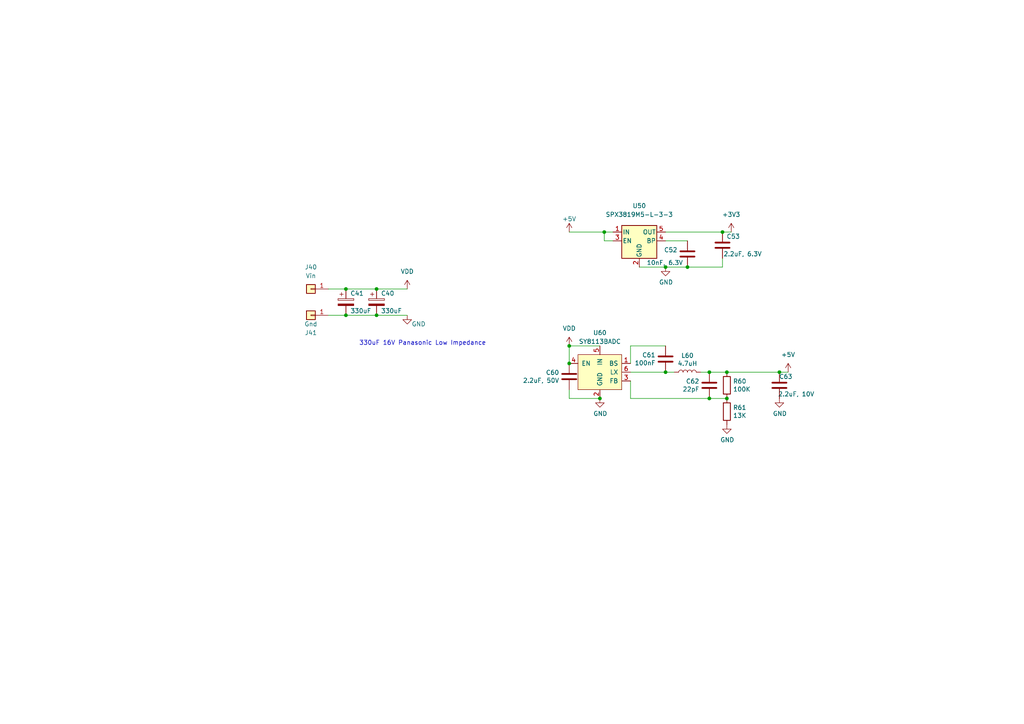
<source format=kicad_sch>
(kicad_sch (version 20230121) (generator eeschema)
  (paper "A4")
  (lib_symbols
    (symbol "Connector_Generic:Conn_01x01" (pin_names (offset 1.016) hide)
      (property "Reference" "J" (at 0 2.54 0))
      (property "Value" "Conn_01x01" (at 0 -2.54 0))
      (symbol "Conn_01x01_1_1"
        (rectangle (start -1.27 0.127) (end 0 -0.127) (stroke (width 0.1524)))
        (rectangle (start -1.27 1.27) (end 1.27 -1.27) (stroke (width 0.254)) (fill (type background)))
        (pin passive line (at -5.08 0 0) (length 3.81) (name "Pin_1") (number "1"))
      )
    )
    (symbol "Device:C" (pin_numbers hide) (pin_names (offset 0.254))
      (property "Reference" "C" (at 0.635 2.54 0))
      (property "Value" "C" (at 0.635 -2.54 0))
      (symbol "C_0_1"
        (polyline (pts (xy -2.032 -0.762) (xy 2.032 -0.762)) (stroke (width 0.508)))
        (polyline (pts (xy -2.032 0.762) (xy 2.032 0.762)) (stroke (width 0.508)))
      )
      (symbol "C_1_1"
        (pin passive line (at 0 3.81 270) (length 2.794) (name "~") (number "1"))
        (pin passive line (at 0 -3.81 90) (length 2.794) (name "~") (number "2"))
      )
    )
    (symbol "Device:C_Polarized" (pin_numbers hide) (pin_names (offset 0.254))
      (property "Reference" "C" (at 0.635 2.54 0))
      (property "Value" "C_Polarized" (at 0.635 -2.54 0))
      (symbol "C_Polarized_0_1"
        (rectangle (start -2.286 0.508) (end 2.286 1.016))
        (polyline (pts (xy -1.778 2.286) (xy -0.762 2.286)))
        (polyline (pts (xy -1.27 2.794) (xy -1.27 1.778)))
        (rectangle (start 2.286 -0.508) (end -2.286 -1.016) (fill (type outline)))
      )
      (symbol "C_Polarized_1_1"
        (pin passive line (at 0 3.81 270) (length 2.794) (name "~") (number "1"))
        (pin passive line (at 0 -3.81 90) (length 2.794) (name "~") (number "2"))
      )
    )
    (symbol "Device:L" (pin_numbers hide) (pin_names (offset 1.016) hide)
      (property "Reference" "L" (at -1.27 0 90))
      (property "Value" "L" (at 1.905 0 90))
      (symbol "L_0_1"
        (arc (start 0 -2.54) (mid 0.6323 -1.905) (end 0 -1.27))
        (arc (start 0 -1.27) (mid 0.6323 -0.635) (end 0 0))
        (arc (start 0 0) (mid 0.6323 0.635) (end 0 1.27))
        (arc (start 0 1.27) (mid 0.6323 1.905) (end 0 2.54))
      )
      (symbol "L_1_1"
        (pin passive line (at 0 3.81 270) (length 1.27) (name "1") (number "1"))
        (pin passive line (at 0 -3.81 90) (length 1.27) (name "2") (number "2"))
      )
    )
    (symbol "Device:R" (pin_numbers hide) (pin_names (offset 0))
      (property "Reference" "R" (at 2.032 0 90))
      (property "Value" "R" (at 0 0 90))
      (symbol "R_0_1"
        (rectangle (start -1.016 -2.54) (end 1.016 2.54) (stroke (width 0.254)))
      )
      (symbol "R_1_1"
        (pin passive line (at 0 3.81 270) (length 1.27) (name "~") (number "1"))
        (pin passive line (at 0 -3.81 90) (length 1.27) (name "~") (number "2"))
      )
    )
    (symbol "NoU265:SY8113BADC" (pin_names (offset 1.016))
      (property "Reference" "U" (at 2.54 8.89 0))
      (property "Value" "SY8113BADC" (at 7.62 6.35 0))
      (symbol "SY8113BADC_0_1"
        (rectangle (start -6.35 5.08) (end 6.35 -5.08) (fill (type background)))
      )
      (symbol "SY8113BADC_1_1"
        (pin input line (at 8.89 2.54 180) (length 2.54) (name "BS") (number "1"))
        (pin power_in line (at 0 -7.62 90) (length 2.54) (name "GND") (number "2"))
        (pin input line (at 8.89 -2.54 180) (length 2.54) (name "FB") (number "3"))
        (pin input line (at -8.89 2.54 0) (length 2.54) (name "EN") (number "4"))
        (pin power_in line (at 0 7.62 270) (length 2.54) (name "IN") (number "5"))
        (pin output line (at 8.89 0 180) (length 2.54) (name "LX") (number "6"))
      )
    )
    (symbol "Regulator_Linear:SPX3819M5-L-3-3" (pin_names (offset 0.254))
      (property "Reference" "U" (at -3.81 5.715 0))
      (property "Value" "SPX3819M5-L-3-3" (at 0 5.715 0))
      (symbol "SPX3819M5-L-3-3_0_1"
        (rectangle (start -5.08 4.445) (end 5.08 -5.08) (stroke (width 0.254)) (fill (type background)))
      )
      (symbol "SPX3819M5-L-3-3_1_1"
        (pin power_in line (at -7.62 2.54 0) (length 2.54) (name "IN") (number "1"))
        (pin power_in line (at 0 -7.62 90) (length 2.54) (name "GND") (number "2"))
        (pin input line (at -7.62 0 0) (length 2.54) (name "EN") (number "3"))
        (pin input line (at 7.62 0 180) (length 2.54) (name "BP") (number "4"))
        (pin power_out line (at 7.62 2.54 180) (length 2.54) (name "OUT") (number "5"))
      )
    )
    (symbol "power:+3.3V" (power) (pin_names (offset 0))
      (property "Value" "+3.3V" (at 0 3.556 0))
      (symbol "+3.3V_0_1"
        (polyline (pts (xy -0.762 1.27) (xy 0 2.54)))
        (polyline (pts (xy 0 0) (xy 0 2.54)))
        (polyline (pts (xy 0 2.54) (xy 0.762 1.27)))
      )
      (symbol "+3.3V_1_1"
        (pin power_in line (at 0 0 90) (length 0) hide (name "+3V3") (number "1"))
      )
    )
    (symbol "power:+5V" (power) (pin_names (offset 0))
      (property "Value" "+5V" (at 0 3.556 0))
      (symbol "+5V_0_1"
        (polyline (pts (xy -0.762 1.27) (xy 0 2.54)))
        (polyline (pts (xy 0 0) (xy 0 2.54)))
        (polyline (pts (xy 0 2.54) (xy 0.762 1.27)))
      )
      (symbol "+5V_1_1"
        (pin power_in line (at 0 0 90) (length 0) hide (name "+5V") (number "1"))
      )
    )
    (symbol "power:GND" (power) (pin_names (offset 0))
      (property "Value" "GND" (at 0 -3.81 0))
      (symbol "GND_0_1"
        (polyline (pts (xy 0 0) (xy 0 -1.27) (xy 1.27 -1.27) (xy 0 -2.54) (xy -1.27 -1.27) (xy 0 -1.27)))
      )
      (symbol "GND_1_1"
        (pin power_in line (at 0 0 270) (length 0) hide (name "GND") (number "1"))
      )
    )
    (symbol "power:VDD" (power) (pin_names (offset 0))
      (property "Value" "VDD" (at 0 3.81 0))
      (symbol "VDD_0_1"
        (polyline (pts (xy -0.762 1.27) (xy 0 2.54)))
        (polyline (pts (xy 0 0) (xy 0 2.54)))
        (polyline (pts (xy 0 2.54) (xy 0.762 1.27)))
      )
      (symbol "VDD_1_1"
        (pin power_in line (at 0 0 90) (length 0) hide (name "VDD") (number "1"))
      )
    )
  )
  (junction (at 109.22 83.82))
  (junction (at 175.26 67.31))
  (junction (at 165.1 100.33))
  (junction (at 193.04 107.95))
  (junction (at 109.22 91.44))
  (junction (at 100.33 91.44))
  (junction (at 193.04 77.47))
  (junction (at 209.55 67.31))
  (junction (at 165.1 105.41))
  (junction (at 210.82 107.95))
  (junction (at 199.39 77.47))
  (junction (at 226.06 107.95))
  (junction (at 205.74 115.57))
  (junction (at 100.33 83.82))
  (junction (at 205.74 107.95))
  (junction (at 173.99 115.57))
  (junction (at 210.82 115.57))
  (wire (pts (xy 95.25 91.44) (xy 100.33 91.44)))
  (wire (pts (xy 193.04 67.31) (xy 209.55 67.31)))
  (wire (pts (xy 95.25 83.82) (xy 100.33 83.82)))
  (wire (pts (xy 210.82 107.95) (xy 226.06 107.95)))
  (wire (pts (xy 109.22 91.44) (xy 118.11 91.44)))
  (wire (pts (xy 193.04 69.85) (xy 199.39 69.85)))
  (wire (pts (xy 209.55 77.47) (xy 209.55 74.93)))
  (wire (pts (xy 100.33 91.44) (xy 109.22 91.44)))
  (wire (pts (xy 175.26 69.85) (xy 175.26 67.31)))
  (wire (pts (xy 182.88 100.33) (xy 193.04 100.33)))
  (wire (pts (xy 177.8 69.85) (xy 175.26 69.85)))
  (wire (pts (xy 109.22 83.82) (xy 118.11 83.82)))
  (wire (pts (xy 182.88 115.57) (xy 205.74 115.57)))
  (wire (pts (xy 205.74 107.95) (xy 210.82 107.95)))
  (wire (pts (xy 182.88 115.57) (xy 182.88 110.49)))
  (wire (pts (xy 165.1 115.57) (xy 165.1 113.03)))
  (wire (pts (xy 165.1 105.41) (xy 165.1 100.33)))
  (wire (pts (xy 182.88 105.41) (xy 182.88 100.33)))
  (wire (pts (xy 182.88 107.95) (xy 193.04 107.95)))
  (wire (pts (xy 209.55 67.31) (xy 212.09 67.31)))
  (wire (pts (xy 193.04 77.47) (xy 199.39 77.47)))
  (wire (pts (xy 165.1 115.57) (xy 173.99 115.57)))
  (wire (pts (xy 205.74 115.57) (xy 210.82 115.57)))
  (wire (pts (xy 165.1 100.33) (xy 173.99 100.33)))
  (wire (pts (xy 100.33 83.82) (xy 109.22 83.82)))
  (wire (pts (xy 199.39 77.47) (xy 209.55 77.47)))
  (wire (pts (xy 195.58 107.95) (xy 193.04 107.95)))
  (wire (pts (xy 226.06 107.95) (xy 228.6 107.95)))
  (wire (pts (xy 165.1 67.31) (xy 175.26 67.31)))
  (wire (pts (xy 175.26 67.31) (xy 177.8 67.31)))
  (wire (pts (xy 203.2 107.95) (xy 205.74 107.95)))
  (wire (pts (xy 193.04 77.47) (xy 185.42 77.47)))
  (text "330uF 16V Panasonic Low Impedance" (at 104.14 100.33 0) (effects (font (size 1.27 1.27)) (justify left bottom)))
  (symbol (lib_id "power:GND") (at 173.99 115.57 0) (unit 1)
    (property "Reference" "#PWR0108" (effects hide))
    (property "Value" "GND" (at 174.117 119.9642 0))
  )
  (symbol (lib_id "Device:C") (at 165.1 109.22 0) (mirror x) (unit 1)
    (property "Reference" "C60" (at 162.2044 108.0516 0) (effects (justify right)))
    (property "Value" "2.2uF, 50V" (at 162.2044 110.363 0) (effects (justify right)))
    (property "Footprint" "Capacitor_SMD:C_0603_1608Metric" (effects hide))
    (property "Datasheet" "https://lcsc.com/product-detail/Multilayer-Ceramic-Capacitors-MLCC---SMD-SMT_Samsung-Electro-Mechanics-Samsung-Electro-Mechanics-CL10A225KB8NNNC_C913904.html" (effects hide))
    (property "LCSC" "C913904" (effects hide))
  )
  (symbol (lib_id "Device:C") (at 205.74 111.76 0) (mirror x) (unit 1)
    (property "Reference" "C62" (at 202.8444 110.5916 0) (effects (justify right)))
    (property "Value" "22pF" (at 202.8444 112.903 0) (effects (justify right)))
    (property "Footprint" "Capacitor_SMD:C_0402_1005Metric" (effects hide))
    (property "Datasheet" "https://lcsc.com/product-detail/Multilayer-Ceramic-Capacitors-MLCC---SMD-SMT_FHGuangdong-Fenghua-Advanced-Tech-FHGuangdong-Fenghua-Advanced-Tech-0402CG220J500NT_C1555.html" (effects hide))
    (property "LCSC" "C1555" (effects hide))
  )
  (symbol (lib_id "Device:C") (at 193.04 104.14 0) (mirror x) (unit 1)
    (property "Reference" "C61" (at 190.1444 102.9716 0) (effects (justify right)))
    (property "Value" "100nF" (at 190.1444 105.283 0) (effects (justify right)))
    (property "Footprint" "Capacitor_SMD:C_0402_1005Metric" (effects hide))
    (property "Datasheet" "https://lcsc.com/product-detail/Multilayer-Ceramic-Capacitors-MLCC---SMD-SMT_Samsung-Electro-Mechanics-Samsung-Electro-Mechanics-CL05B104KB54PNC_C307331.html" (effects hide))
    (property "LCSC" "C307331" (effects hide))
  )
  (symbol (lib_id "Device:L") (at 199.39 107.95 90) (unit 1)
    (property "Reference" "L60" (at 199.39 103.124 90))
    (property "Value" "4.7uH" (at 199.39 105.4354 90))
    (property "Footprint" "Inductor_SMD:L_1210_3225Metric" (effects hide))
    (property "Datasheet" "https://lcsc.com/product-detail/Power-Inductors_Murata-Electronics-LQH32CN4R7M23L_C86070.html" (effects hide))
    (property "LCSC" "C86070" (effects hide))
  )
  (symbol (lib_id "NoU265:SY8113BADC") (at 173.99 107.95 0) (unit 1)
    (property "Reference" "U60" (at 173.99 96.52 0))
    (property "Value" "SY8113BADC" (at 173.99 99.06 0))
    (property "Footprint" "Package_TO_SOT_SMD:TSOT-23-6" (effects hide))
    (property "Datasheet" "https://lcsc.com/product-detail/DC-DC-Converters_Silergy-Corp-SY8113BADC_C78989.html" (effects hide))
    (property "LCSC" "C78989" (effects hide))
  )
  (symbol (lib_id "Device:R") (at 210.82 111.76 0) (unit 1)
    (property "Reference" "R60" (at 212.598 110.5916 0) (effects (justify left)))
    (property "Value" "100K" (at 212.598 112.903 0) (effects (justify left)))
    (property "Footprint" "Resistor_SMD:R_0402_1005Metric" (effects hide))
    (property "Datasheet" "https://lcsc.com/product-detail/Chip-Resistor-Surface-Mount_UNI-ROYAL-Uniroyal-Elec-0402WGF1003TCE_C25741.html" (effects hide))
    (property "LCSC" "C25741" (effects hide))
  )
  (symbol (lib_id "Device:R") (at 210.82 119.38 0) (unit 1)
    (property "Reference" "R61" (at 212.598 118.2116 0) (effects (justify left)))
    (property "Value" "13K" (at 212.598 120.523 0) (effects (justify left)))
    (property "Footprint" "Resistor_SMD:R_0402_1005Metric" (effects hide))
    (property "Datasheet" "https://lcsc.com/product-detail/Chip-Resistor-Surface-Mount_UNI-ROYAL-Uniroyal-Elec-0402WGF1302TCE_C25754.html" (effects hide))
    (property "LCSC" "C25754" (effects hide))
  )
  (symbol (lib_id "power:GND") (at 210.82 123.19 0) (unit 1)
    (property "Reference" "#PWR0109" (effects hide))
    (property "Value" "GND" (at 210.947 127.5842 0))
  )
  (symbol (lib_id "Device:C") (at 226.06 111.76 0) (mirror x) (unit 1)
    (property "Reference" "C63" (at 229.87 109.22 0) (effects (justify right)))
    (property "Value" "2.2uF, 10V" (at 236.22 114.3 0) (effects (justify right)))
    (property "Footprint" "Capacitor_SMD:C_0402_1005Metric" (effects hide))
    (property "Datasheet" "https://lcsc.com/product-detail/Multilayer-Ceramic-Capacitors-MLCC---SMD-SMT_Murata-Electronics-Murata-Electronics-GRM155R61A225KE95D_C77002.html" (effects hide))
    (property "LCSC" "C77002" (effects hide))
  )
  (symbol (lib_id "power:GND") (at 226.06 115.57 0) (unit 1)
    (property "Reference" "#PWR0110" (effects hide))
    (property "Value" "GND" (at 226.187 119.9642 0))
  )
  (symbol (lib_id "power:GND") (at 118.11 91.44 0) (mirror y) (unit 1)
    (property "Reference" "#PWR0111" (effects hide))
    (property "Value" "GND" (at 119.38 93.98 0) (effects (justify right)))
  )
  (symbol (lib_id "power:GND") (at 193.04 77.47 0) (unit 1)
    (property "Reference" "#PWR0105" (effects hide))
    (property "Value" "GND" (at 193.167 81.8642 0))
  )
  (symbol (lib_id "power:+5V") (at 228.6 107.95 0) (unit 1)
    (property "Reference" "#PWR0127" (effects hide))
    (property "Value" "+5V" (at 228.6 102.87 0))
  )
  (symbol (lib_id "power:+5V") (at 165.1 67.31 0) (unit 1)
    (property "Reference" "#PWR0161" (effects hide))
    (property "Value" "+5V" (at 165.1 63.5 0))
  )
  (symbol (lib_id "power:VDD") (at 165.1 100.33 0) (unit 1)
    (property "Reference" "#PWR0128" (effects hide))
    (property "Value" "VDD" (at 165.1 95.25 0))
  )
  (symbol (lib_id "power:VDD") (at 118.11 83.82 0) (unit 1)
    (property "Reference" "#PWR0129" (effects hide))
    (property "Value" "VDD" (at 118.11 78.74 0))
  )
  (symbol (lib_id "Device:C") (at 209.55 71.12 0) (mirror x) (unit 1)
    (property "Reference" "C53" (at 214.63 68.58 0) (effects (justify right)))
    (property "Value" "2.2uF, 6.3V" (at 220.98 73.66 0) (effects (justify right)))
    (property "Footprint" "Capacitor_SMD:C_0402_1005Metric" (effects hide))
    (property "Datasheet" "https://lcsc.com/product-detail/Multilayer-Ceramic-Capacitors-MLCC---SMD-SMT_Samsung-Electro-Mechanics-Samsung-Electro-Mechanics-CL05A225MQ5NSNC_C12530.html" (effects hide))
    (property "LCSC" "C12530" (effects hide))
  )
  (symbol (lib_id "power:+3.3V") (at 212.09 67.31 0) (unit 1)
    (property "Reference" "#PWR0131" (effects hide))
    (property "Value" "+3.3V" (at 212.09 62.23 0))
  )
  (symbol (lib_id "Device:C_Polarized") (at 109.22 87.63 0) (unit 1)
    (property "Reference" "C40" (at 110.49 85.09 0) (effects (justify left)))
    (property "Value" "330uF" (at 110.49 90.17 0) (effects (justify left)))
    (property "Footprint" "AlfredoFootprints:Cap_THT_LowESR_330uF" (effects hide))
  )
  (symbol (lib_id "Connector_Generic:Conn_01x01") (at 90.17 83.82 180) (unit 1)
    (property "Reference" "J40" (at 90.17 77.47 0))
    (property "Value" "Vin" (at 90.17 80.01 0))
    (property "Footprint" "AlfredoFootprints:GE_PwrPad1" (effects hide))
  )
  (symbol (lib_id "Device:C_Polarized") (at 100.33 87.63 0) (unit 1)
    (property "Reference" "C41" (at 101.6 85.09 0) (effects (justify left)))
    (property "Value" "330uF" (at 101.6 90.17 0) (effects (justify left)))
    (property "Footprint" "AlfredoFootprints:Cap_THT_LowESR_330uF" (effects hide))
  )
  (symbol (lib_id "Device:C") (at 199.39 73.66 0) (mirror x) (unit 1)
    (property "Reference" "C52" (at 196.4944 72.4916 0) (effects (justify right)))
    (property "Value" "10nF, 6.3V" (at 198.12 76.2 0) (effects (justify right)))
    (property "Footprint" "Capacitor_SMD:C_0402_1005Metric" (effects hide))
    (property "Datasheet" "https://lcsc.com/product-detail/Multilayer-Ceramic-Capacitors-MLCC---SMD-SMT_Samsung-Electro-Mechanics-Samsung-Electro-Mechanics-CL05B103KB5NNNC_C15195.html" (effects hide))
    (property "LCSC" "C15195" (effects hide))
  )
  (symbol (lib_id "Connector_Generic:Conn_01x01") (at 90.17 91.44 180) (unit 1)
    (property "Reference" "J41" (at 90.17 96.52 0))
    (property "Value" "Gnd" (at 90.17 93.98 0))
    (property "Footprint" "AlfredoFootprints:GE_PwrPad1" (effects hide))
  )
  (symbol (lib_id "Regulator_Linear:SPX3819M5-L-3-3") (at 185.42 69.85 0) (unit 1)
    (property "Reference" "U50" (at 185.42 59.69 0))
    (property "Value" "SPX3819M5-L-3-3" (at 185.42 62.23 0))
    (property "Footprint" "Package_TO_SOT_SMD:SOT-23-5" (effects hide))
    (property "Datasheet" "https://www.exar.com/content/document.ashx?id=22106&languageid=1033&type=Datasheet&partnumber=SPX3819&filename=SPX3819.pdf&part=SPX3819" (effects hide))
    (property "LCSC" "C9055" (effects hide))
  )
)
</source>
